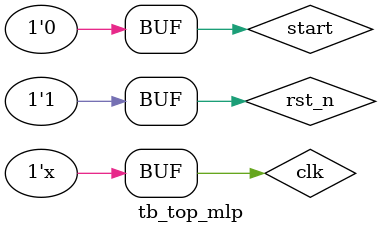
<source format=v>
`timescale 1ns / 1ns

module tb_top_mlp;
wire     y_buf_en;
wire     y_buf_wr_en;
wire [31:0] y_buf_addr;
wire [31:0] y_buf_data;
reg     clk = 1'b1;
reg     rst_n = 1'b0;
reg     start = 1'b0;

always #1 clk = ~clk;


top_mlp dut (
    .clk                      (clk                        ),
    .rst_n                    (rst_n                      ),
    .start_i                    (start                      ),
    .done_intr_o                 (                           ),
    .done_led_o                 (                           ),
    
    .y_buf_en               (y_buf_en                  ),
    .y_buf_wr_en             (y_buf_wr_en                  ),
    .y_buf_addr              (y_buf_addr                ),
    .y_buf_data              (y_buf_data                )
);





initial begin
    #40 rst_n = 1'b1;
    #10 start = 1'b1;
    #40 start = 1'b0;
end

endmodule
</source>
